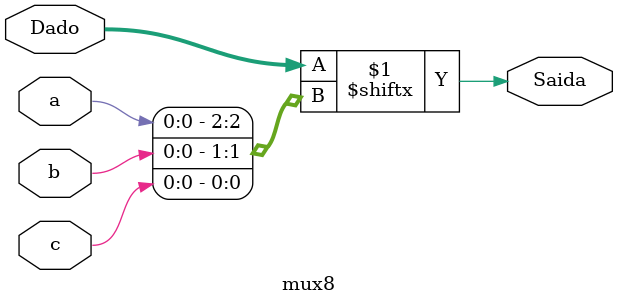
<source format=sv>
module mux8(
input [7:0] Dado,
input a,
input b,
input c,
output Saida
);
assign Saida = Dado[{a, b, c}];
endmodule
</source>
